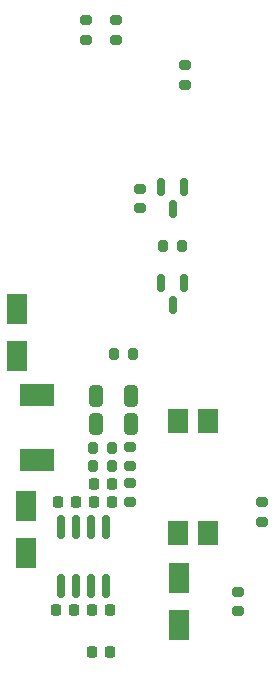
<source format=gtp>
%TF.GenerationSoftware,KiCad,Pcbnew,(5.99.0-11096-g937f5138db)*%
%TF.CreationDate,2021-07-05T20:04:54+02:00*%
%TF.ProjectId,LasS0,4c617353-302e-46b6-9963-61645f706362,v0.1*%
%TF.SameCoordinates,Original*%
%TF.FileFunction,Paste,Top*%
%TF.FilePolarity,Positive*%
%FSLAX46Y46*%
G04 Gerber Fmt 4.6, Leading zero omitted, Abs format (unit mm)*
G04 Created by KiCad (PCBNEW (5.99.0-11096-g937f5138db)) date 2021-07-05 20:04:54*
%MOMM*%
%LPD*%
G01*
G04 APERTURE LIST*
G04 Aperture macros list*
%AMRoundRect*
0 Rectangle with rounded corners*
0 $1 Rounding radius*
0 $2 $3 $4 $5 $6 $7 $8 $9 X,Y pos of 4 corners*
0 Add a 4 corners polygon primitive as box body*
4,1,4,$2,$3,$4,$5,$6,$7,$8,$9,$2,$3,0*
0 Add four circle primitives for the rounded corners*
1,1,$1+$1,$2,$3*
1,1,$1+$1,$4,$5*
1,1,$1+$1,$6,$7*
1,1,$1+$1,$8,$9*
0 Add four rect primitives between the rounded corners*
20,1,$1+$1,$2,$3,$4,$5,0*
20,1,$1+$1,$4,$5,$6,$7,0*
20,1,$1+$1,$6,$7,$8,$9,0*
20,1,$1+$1,$8,$9,$2,$3,0*%
G04 Aperture macros list end*
%ADD10RoundRect,0.200000X-0.275000X0.200000X-0.275000X-0.200000X0.275000X-0.200000X0.275000X0.200000X0*%
%ADD11RoundRect,0.200000X0.200000X0.275000X-0.200000X0.275000X-0.200000X-0.275000X0.200000X-0.275000X0*%
%ADD12RoundRect,0.250000X-0.325000X-0.650000X0.325000X-0.650000X0.325000X0.650000X-0.325000X0.650000X0*%
%ADD13RoundRect,0.225000X-0.225000X-0.250000X0.225000X-0.250000X0.225000X0.250000X-0.225000X0.250000X0*%
%ADD14R,1.780000X2.000000*%
%ADD15R,1.800000X2.500000*%
%ADD16RoundRect,0.150000X-0.150000X0.587500X-0.150000X-0.587500X0.150000X-0.587500X0.150000X0.587500X0*%
%ADD17RoundRect,0.225000X0.225000X0.250000X-0.225000X0.250000X-0.225000X-0.250000X0.225000X-0.250000X0*%
%ADD18RoundRect,0.200000X0.275000X-0.200000X0.275000X0.200000X-0.275000X0.200000X-0.275000X-0.200000X0*%
%ADD19RoundRect,0.200000X-0.200000X-0.275000X0.200000X-0.275000X0.200000X0.275000X-0.200000X0.275000X0*%
%ADD20R,3.000000X1.950000*%
%ADD21RoundRect,0.150000X0.150000X-0.825000X0.150000X0.825000X-0.150000X0.825000X-0.150000X-0.825000X0*%
G04 APERTURE END LIST*
D10*
%TO.C,R5*%
X151640000Y-76215000D03*
X151640000Y-77865000D03*
%TD*%
%TO.C,R6*%
X147889500Y-86666000D03*
X147889500Y-88316000D03*
%TD*%
D11*
%TO.C,R12*%
X151449000Y-91518000D03*
X149799000Y-91518000D03*
%TD*%
D12*
%TO.C,C8*%
X144114000Y-106604000D03*
X147064000Y-106604000D03*
%TD*%
D13*
%TO.C,C3*%
X140877000Y-113208000D03*
X142427000Y-113208000D03*
%TD*%
D14*
%TO.C,U2*%
X153590000Y-106284000D03*
X151050000Y-106284000D03*
X151050000Y-115814000D03*
X153590000Y-115814000D03*
%TD*%
D15*
%TO.C,D1*%
X138223000Y-113494000D03*
X138223000Y-117494000D03*
%TD*%
D13*
%TO.C,C5*%
X143925000Y-113208000D03*
X145475000Y-113208000D03*
%TD*%
D10*
%TO.C,R7*%
X143258000Y-72405000D03*
X143258000Y-74055000D03*
%TD*%
D16*
%TO.C,Q2*%
X151574000Y-94644500D03*
X149674000Y-94644500D03*
X150624000Y-96519500D03*
%TD*%
D10*
%TO.C,R10*%
X158162000Y-113195800D03*
X158162000Y-114845800D03*
%TD*%
%TO.C,R4*%
X146986000Y-108510000D03*
X146986000Y-110160000D03*
%TD*%
D17*
%TO.C,C2*%
X142300000Y-122352000D03*
X140750000Y-122352000D03*
%TD*%
D15*
%TO.C,D3*%
X151177000Y-123590000D03*
X151177000Y-119590000D03*
%TD*%
D18*
%TO.C,R1*%
X146986000Y-113208000D03*
X146986000Y-111558000D03*
%TD*%
D16*
%TO.C,Q1*%
X151574000Y-86516500D03*
X149674000Y-86516500D03*
X150624000Y-88391500D03*
%TD*%
D11*
%TO.C,R8*%
X147303000Y-100635000D03*
X145653000Y-100635000D03*
%TD*%
D15*
%TO.C,D2*%
X137461000Y-96857000D03*
X137461000Y-100857000D03*
%TD*%
D17*
%TO.C,C1*%
X145348000Y-125908000D03*
X143798000Y-125908000D03*
%TD*%
D19*
%TO.C,R2*%
X143875000Y-108636000D03*
X145525000Y-108636000D03*
%TD*%
%TO.C,R3*%
X143875000Y-110160000D03*
X145525000Y-110160000D03*
%TD*%
D18*
%TO.C,R11*%
X145798000Y-74055000D03*
X145798000Y-72405000D03*
%TD*%
D10*
%TO.C,R9*%
X156130000Y-120765000D03*
X156130000Y-122415000D03*
%TD*%
D13*
%TO.C,C4*%
X143798000Y-122352000D03*
X145348000Y-122352000D03*
%TD*%
D20*
%TO.C,L1*%
X139112000Y-104108000D03*
X139112000Y-109608000D03*
%TD*%
D12*
%TO.C,C7*%
X144114000Y-104191000D03*
X147064000Y-104191000D03*
%TD*%
D21*
%TO.C,U1*%
X141144000Y-120255000D03*
X142414000Y-120255000D03*
X143684000Y-120255000D03*
X144954000Y-120255000D03*
X144954000Y-115305000D03*
X143684000Y-115305000D03*
X142414000Y-115305000D03*
X141144000Y-115305000D03*
%TD*%
D13*
%TO.C,C6*%
X143925000Y-111684000D03*
X145475000Y-111684000D03*
%TD*%
M02*

</source>
